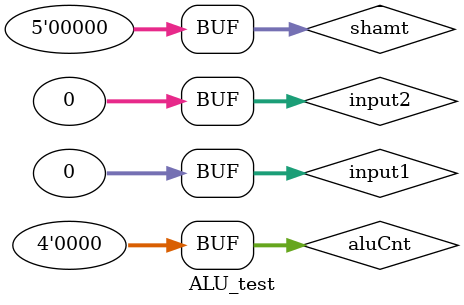
<source format=v>
`timescale 1ns / 1ps



module ALU_test;

	// Inputs
	reg [3:0] aluCnt;
	reg [31:0] input1;
	reg [31:0] input2;
	reg [4:0] shamt;

	// Outputs
	wire [31:0] result;
	wire zero;

	// Instantiate the Unit Under Test (UUT)
	ALU uut (
		.aluCnt(aluCnt), 
		.input1(input1), 
		.input2(input2), 
		.shamt(shamt), 
		.result(result), 
		.zero(zero)
	);

	initial begin

		$dumpfile("ALU_test.vcd");
		

		// Initialize Inputs
		aluCnt = 4'b0000;
		input1 = 6;
		input2 = 3;
		shamt = 0;

		#100;
		
				aluCnt = 4'b0001;
		input1 = 10;
		input2 = 4;
		shamt = 0;

		#100;
		
		
				aluCnt = 4'b0011;
		input1 = 4;
		input2 = 12;
		shamt = 2;

		#100;
		
		
				aluCnt = 0;
		input1 = 0;
		input2 = 0;
		shamt = 0;

		#100;



	end
      
endmodule


</source>
